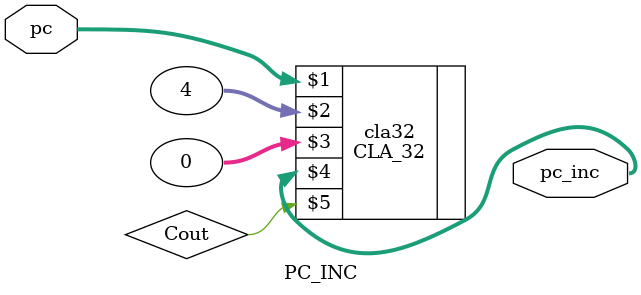
<source format=v>
`timescale 1ns / 1ps

module PC_INC(pc, pc_inc);

    input [31:0] pc;
    output [31:0] pc_inc;

    CLA_32 cla32(pc, 4, 0, pc_inc, Cout);

endmodule
</source>
